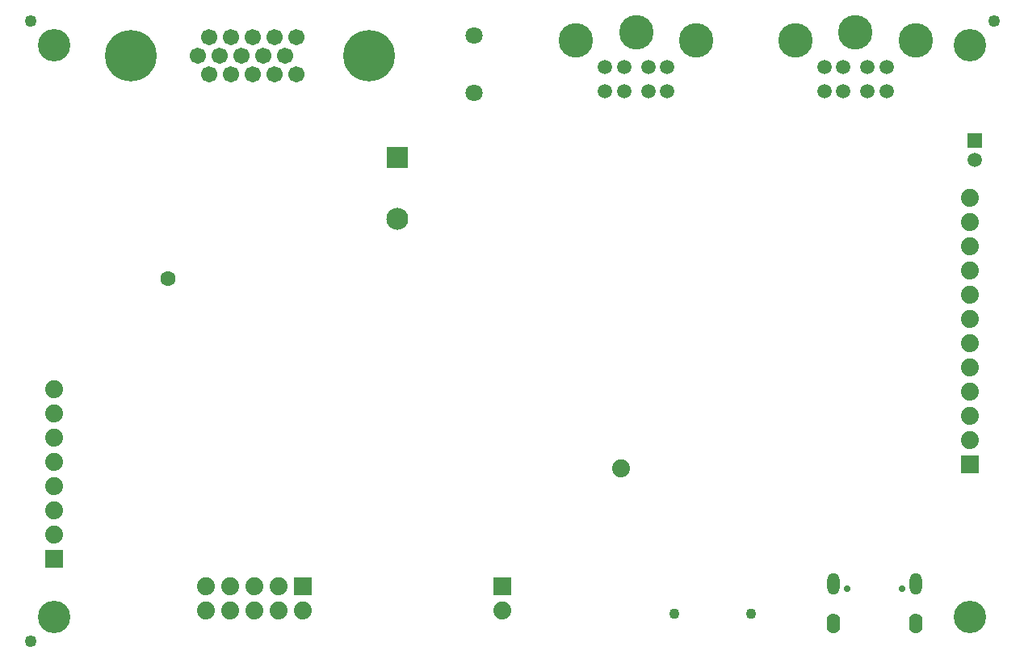
<source format=gbr>
G04 #@! TF.GenerationSoftware,KiCad,Pcbnew,5.1.0-rc2-unknown-036be7d~80~ubuntu16.04.1*
G04 #@! TF.CreationDate,2023-05-05T15:17:37+03:00*
G04 #@! TF.ProjectId,ESP32-SBC-FabGL_Rev_A,45535033-322d-4534-9243-2d466162474c,A*
G04 #@! TF.SameCoordinates,Original*
G04 #@! TF.FileFunction,Soldermask,Bot*
G04 #@! TF.FilePolarity,Negative*
%FSLAX46Y46*%
G04 Gerber Fmt 4.6, Leading zero omitted, Abs format (unit mm)*
G04 Created by KiCad (PCBNEW 5.1.0-rc2-unknown-036be7d~80~ubuntu16.04.1) date 2023-05-05 15:17:37*
%MOMM*%
%LPD*%
G04 APERTURE LIST*
%ADD10C,1.801600*%
%ADD11C,1.501600*%
%ADD12R,1.501600X1.501600*%
%ADD13R,2.301600X2.301600*%
%ADD14C,2.301600*%
%ADD15C,1.879600*%
%ADD16C,1.254000*%
%ADD17C,3.401601*%
%ADD18C,1.101600*%
%ADD19C,3.601600*%
%ADD20C,1.511600*%
%ADD21C,0.701600*%
%ADD22O,1.301600X2.301600*%
%ADD23O,1.401600X2.101600*%
%ADD24C,1.601600*%
%ADD25R,1.879600X1.879600*%
%ADD26C,1.701600*%
%ADD27C,5.401600*%
G04 APERTURE END LIST*
D10*
X148000000Y-57000000D03*
X148000000Y-51000000D03*
D11*
X200538220Y-64000760D03*
D12*
X200535680Y-61971300D03*
D13*
X140000000Y-63750000D03*
D14*
X140000000Y-70250000D03*
D15*
X163449000Y-96393000D03*
D16*
X101500000Y-114500000D03*
X101500000Y-49500000D03*
X202500000Y-49500000D03*
D17*
X104000000Y-112000000D03*
X200000000Y-112000000D03*
X200000000Y-52000000D03*
X104000000Y-52000000D03*
D18*
X177048000Y-111632200D03*
X169047000Y-111632200D03*
D19*
X158700000Y-51500000D03*
X165000000Y-50700000D03*
X171300000Y-51500000D03*
D20*
X163730000Y-56810000D03*
X166270000Y-56810000D03*
X168260000Y-56810000D03*
X161740000Y-56810000D03*
X168260000Y-54270000D03*
X161740000Y-54270000D03*
X166270000Y-54270000D03*
X163730000Y-54270000D03*
D19*
X181700000Y-51500000D03*
X188000000Y-50700000D03*
X194300000Y-51500000D03*
D20*
X186730000Y-56810000D03*
X189270000Y-56810000D03*
X191260000Y-56810000D03*
X184740000Y-56810000D03*
X191260000Y-54270000D03*
X184740000Y-54270000D03*
X189270000Y-54270000D03*
X186730000Y-54270000D03*
D21*
X192890000Y-108970000D03*
D22*
X194320000Y-108470000D03*
D23*
X194320000Y-112650000D03*
X185680000Y-112650000D03*
D21*
X187110000Y-108970000D03*
D22*
X185680000Y-108470000D03*
D24*
X115940000Y-76500000D03*
D25*
X130080000Y-108730000D03*
D15*
X130080000Y-111270000D03*
X127540000Y-108730000D03*
X127540000Y-111270000D03*
X125000000Y-108730000D03*
X125000000Y-111270000D03*
X122460000Y-108730000D03*
X122460000Y-111270000D03*
X119920000Y-108730000D03*
X119920000Y-111270000D03*
D26*
X120220000Y-55090000D03*
X122510000Y-55090000D03*
X124800000Y-55090000D03*
X127090000Y-55090000D03*
X129380000Y-55090000D03*
X119075000Y-53110000D03*
X121365000Y-53110000D03*
X123655000Y-53110000D03*
X125945000Y-53110000D03*
X128235000Y-53110000D03*
X120220000Y-51130000D03*
X122510000Y-51130000D03*
X124800000Y-51130000D03*
X127090000Y-51130000D03*
X129380000Y-51130000D03*
D27*
X136995000Y-53110000D03*
X112005000Y-53110000D03*
D25*
X151000000Y-108730000D03*
D15*
X151000000Y-111270000D03*
X104000000Y-90650000D03*
X104000000Y-88110000D03*
X104000000Y-93190000D03*
X104000000Y-95730000D03*
D25*
X104000000Y-105890000D03*
D15*
X104000000Y-103350000D03*
X104000000Y-100810000D03*
X104000000Y-98270000D03*
X200000000Y-70570000D03*
X200000000Y-68030000D03*
X200000000Y-73110000D03*
X200000000Y-75650000D03*
X200000000Y-80730000D03*
X200000000Y-78190000D03*
X200000000Y-83270000D03*
X200000000Y-85810000D03*
D25*
X200000000Y-95970000D03*
D15*
X200000000Y-93430000D03*
X200000000Y-90890000D03*
X200000000Y-88350000D03*
M02*

</source>
